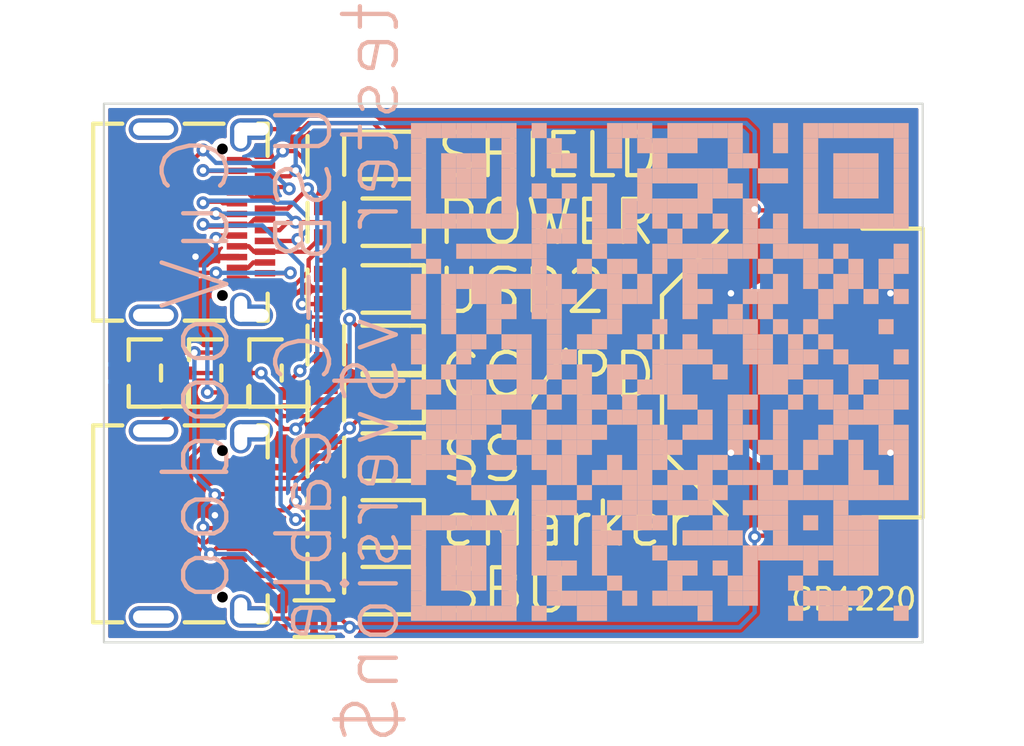
<source format=kicad_pcb>
(kicad_pcb (version 20211014) (generator pcbnew)

  (general
    (thickness 1.09)
  )

  (paper "A4")
  (title_block
    (title "USB-C cable tester")
    (date "$date$")
    (rev "$version$.$revision$")
    (company "CuVoodoo")
    (comment 1 "King Kévin")
    (comment 2 "CERN-OHL-S")
  )

  (layers
    (0 "F.Cu" signal)
    (31 "B.Cu" signal)
    (32 "B.Adhes" user "B.Adhesive")
    (33 "F.Adhes" user "F.Adhesive")
    (34 "B.Paste" user)
    (35 "F.Paste" user)
    (36 "B.SilkS" user "B.Silkscreen")
    (37 "F.SilkS" user "F.Silkscreen")
    (38 "B.Mask" user)
    (39 "F.Mask" user)
    (40 "Dwgs.User" user "User.Drawings")
    (41 "Cmts.User" user "User.Comments")
    (42 "Eco1.User" user "User.Eco1")
    (43 "Eco2.User" user "User.Eco2")
    (44 "Edge.Cuts" user)
    (45 "Margin" user)
    (46 "B.CrtYd" user "B.Courtyard")
    (47 "F.CrtYd" user "F.Courtyard")
    (48 "B.Fab" user)
    (49 "F.Fab" user)
    (50 "User.1" user)
    (51 "User.2" user)
    (52 "User.3" user)
    (53 "User.4" user)
    (54 "User.5" user)
    (55 "User.6" user)
    (56 "User.7" user)
    (57 "User.8" user)
    (58 "User.9" user)
  )

  (setup
    (stackup
      (layer "F.SilkS" (type "Top Silk Screen"))
      (layer "F.Paste" (type "Top Solder Paste"))
      (layer "F.Mask" (type "Top Solder Mask") (thickness 0.01))
      (layer "F.Cu" (type "copper") (thickness 0.035))
      (layer "dielectric 1" (type "core") (thickness 1) (material "FR4") (epsilon_r 4.5) (loss_tangent 0.02))
      (layer "B.Cu" (type "copper") (thickness 0.035))
      (layer "B.Mask" (type "Bottom Solder Mask") (thickness 0.01))
      (layer "B.Paste" (type "Bottom Solder Paste"))
      (layer "B.SilkS" (type "Bottom Silk Screen"))
      (copper_finish "HAL lead-free")
      (dielectric_constraints no)
    )
    (pad_to_mask_clearance 0)
    (aux_axis_origin 66.6 121.6)
    (grid_origin 70.4 141.1)
    (pcbplotparams
      (layerselection 0x00010fc_ffffffff)
      (disableapertmacros false)
      (usegerberextensions false)
      (usegerberattributes true)
      (usegerberadvancedattributes true)
      (creategerberjobfile true)
      (svguseinch false)
      (svgprecision 6)
      (excludeedgelayer true)
      (plotframeref false)
      (viasonmask false)
      (mode 1)
      (useauxorigin false)
      (hpglpennumber 1)
      (hpglpenspeed 20)
      (hpglpendiameter 15.000000)
      (dxfpolygonmode true)
      (dxfimperialunits true)
      (dxfusepcbnewfont true)
      (psnegative false)
      (psa4output false)
      (plotreference true)
      (plotvalue true)
      (plotinvisibletext false)
      (sketchpadsonfab false)
      (subtractmaskfromsilk false)
      (outputformat 1)
      (mirror false)
      (drillshape 0)
      (scaleselection 1)
      (outputdirectory "fabrication/")
    )
  )

  (net 0 "")
  (net 1 "VCC")
  (net 2 "GND")
  (net 3 "/Dn")
  (net 4 "Net-(D4-Pad2)")
  (net 5 "Net-(D5-Pad1)")
  (net 6 "Net-(D6-Pad2)")
  (net 7 "Net-(D7-Pad2)")
  (net 8 "Net-(J1-PadA1)")
  (net 9 "/SS1")
  (net 10 "Net-(J1-PadA4)")
  (net 11 "/CC1")
  (net 12 "/Dp")
  (net 13 "/SBU")
  (net 14 "/VBUS")
  (net 15 "/SS2")
  (net 16 "/SS1-2")
  (net 17 "/CC2")
  (net 18 "unconnected-(J1-PadS2)")
  (net 19 "unconnected-(J1-PadS3)")
  (net 20 "unconnected-(J1-PadS4)")
  (net 21 "Net-(J2-PadA10)")
  (net 22 "Net-(J2-PadB2)")
  (net 23 "Net-(J2-PadB10)")
  (net 24 "/eMark")
  (net 25 "Net-(D1-Pad1)")
  (net 26 "Net-(D1-Pad2)")
  (net 27 "Net-(D3-Pad2)")
  (net 28 "Net-(D5-Pad2)")
  (net 29 "Net-(D8-Pad2)")
  (net 30 "/SH1")
  (net 31 "Net-(R2-Pad2)")
  (net 32 "Net-(J2-PadA2)")
  (net 33 "Net-(J2-PadA8)")
  (net 34 "/SH2")
  (net 35 "unconnected-(J2-PadS4)")
  (net 36 "Net-(R2-Pad1)")
  (net 37 "unconnected-(J2-PadS1)")
  (net 38 "Net-(J2-PadS2)")

  (footprint "mylib:UC1608X55N" (layer "F.Cu") (at 76.9 127.1))

  (footprint "mylib:LEDC2012X80N" (layer "F.Cu") (at 79.7 133 -90))

  (footprint "mylib:LEDC2012X80N" (layer "F.Cu") (at 79.7 135.3 -90))

  (footprint "mylib:SOT95P237X112-3N" (layer "F.Cu") (at 74.1 134.1 180))

  (footprint "kikit:Tab" (layer "F.Cu") (at 104.85 134.1 180))

  (footprint "mylib:CONNECTOR_XKB_U262-24XN-4BV64" (layer "F.Cu") (at 70.15 141.1 -90))

  (footprint "mylib:LEDC2012X80N" (layer "F.Cu") (at 79.7 127.1 -90))

  (footprint "mylib:LEDC2012X80N" (layer "F.Cu") (at 79.7 130.2 -90))

  (footprint "kikit:Tab" (layer "F.Cu") (at 66.25 127.1))

  (footprint "mylib:LEDC2012X80N" (layer "F.Cu") (at 79.7 144.2 -90))

  (footprint "mylib:CONNECTOR_MY-1220-03" (layer "F.Cu") (at 98.5 134.1 -90))

  (footprint "mylib:UC1608X55N" (layer "F.Cu") (at 76.9 130.2 180))

  (footprint "mylib:UC1608X55N" (layer "F.Cu") (at 76.9 140.8))

  (footprint "mylib:UC1608X55N" (layer "F.Cu") (at 76.9 124 180))

  (footprint "mylib:SOT95P237X112-3N" (layer "F.Cu") (at 71.3 134.1 180))

  (footprint "mylib:UC1608X55N" (layer "F.Cu") (at 76.9 132.8))

  (footprint "mylib:LEDC2012X80N" (layer "F.Cu") (at 79.7 124 -90))

  (footprint "mylib:UC1608X55N" (layer "F.Cu") (at 76.35 145.5 90))

  (footprint "mylib:LEDC2012X80N" (layer "F.Cu") (at 79.7 141.1 -90))

  (footprint "mylib:UC1608X55N" (layer "F.Cu") (at 76.9 138))

  (footprint "kikit:Tab" (layer "F.Cu") (at 66.25 141.1))

  (footprint "mylib:SOT95P237X112-3N" (layer "F.Cu") (at 68.5 134.1 180))

  (footprint "mylib:CONNECTOR_XKB_U262-24XN-4BV64" (layer "F.Cu") (at 70.15 127.1 -90))

  (footprint "mylib:UC1608X55N" (layer "F.Cu") (at 76.9 143.4 180))

  (footprint "mylib:LEDC2012X80N" (layer "F.Cu") (at 79.7 138 -90))

  (footprint "mylib:UC1608X55N" (layer "F.Cu") (at 76.9 135.4 180))

  (footprint "mylib:QR" (layer "B.Cu") (at 92.4 134.05 -90))

  (gr_rect (start 66.6 121.6) (end 104.6 146.6) (layer "Edge.Cuts") (width 0.1) (fill none) (tstamp d49bc88e-ee09-43df-b23b-d7aad3f6b773))
  (gr_text "CuVoodoo" (at 70.9 133.9 90) (layer "B.SilkS") (tstamp 5c94dfd4-1fb7-49f5-98ea-4f333790c493)
    (effects (font (size 3 3) (thickness 0.2)) (justify mirror))
  )
  (gr_text "USB-C cable" (at 75.9 134.1 90) (layer "B.SilkS") (tstamp a5d6f3fb-d8a8-475a-b284-836a2dfee2b2)
    (effects (font (size 2.5 2.5) (thickness 0.2)) (justify mirror))
  )
  (gr_text "tester  v$version$" (at 79 134.1 90) (layer "B.SilkS") (tstamp ed18d69f-b1e8-4d59-8aec-ac19ba2cfb94)
    (effects (font (size 2.5 2.5) (thickness 0.2)) (justify mirror))
  )
  (gr_text "SS" (at 82.1 138.1) (layer "F.SilkS") (tstamp 1d7590b6-b88a-4708-9c4f-13917a84c9b2)
    (effects (font (size 2 2) (thickness 0.2)) (justify left))
  )
  (gr_text "SBU" (at 82.1 144.2) (layer "F.SilkS") (tstamp 217c58e4-17e5-40f4-bfed-92b5d3ed7c6a)
    (effects (font (size 2 2) (thickness 0.2)) (justify left))
  )
  (gr_text "CR1220" (at 101.4 144.6) (layer "F.SilkS") (tstamp 4274a590-33de-4e4a-8dc2-0814ea614721)
    (effects (font (size 1 1) (thickness 0.153)))
  )
  (gr_text "CC/PD" (at 82 134.2) (layer "F.SilkS") (tstamp 6aef261e-271e-4833-b863-20c8784f5a4a)
    (effects (font (size 2 2) (thickness 0.2)) (justify left))
  )
  (gr_text "eMarker" (at 82.1 141.1) (layer "F.SilkS") (tstamp 9d443c4a-8a02-4ae1-809a-5f12b4afa778)
    (effects (font (size 2 2) (thickness 0.2)) (justify left))
  )
  (gr_text "POWER" (at 81.9 127.1) (layer "F.SilkS") (tstamp c2f1674d-db01-4489-bbca-537cc8f4d463)
    (effects (font (size 2 2) (thickness 0.2)) (justify left))
  )
  (gr_text "SHIELD" (at 81.9 124) (layer "F.SilkS") (tstamp cf4356eb-763e-4364-a9dd-d93c80530f21)
    (effects (font (size 2 2) (thickness 0.2)) (justify left))
  )
  (gr_text "USB2" (at 81.9 130.3) (layer "F.SilkS") (tstamp ffaf3c4f-331d-4d0c-b6ef-93c07678f04f)
    (effects (font (size 2 2) (thickness 0.2)) (justify left))
  )

  (segment (start 73.33 140.22) (end 72.775 140.22) (width 0.2) (layer "F.Cu") (net 1) (tstamp 004c085f-a15c-4d92-8971-e842048995fb))
  (segment (start 75.7 132.1) (end 75.25 132.55) (width 0.2) (layer "F.Cu") (net 1) (tstamp 06e8f57d-9036-499c-84b2-829b78e0b641))
  (segment (start 72.45 133.15) (end 75.25 133.15) (width 0.2) (layer "F.Cu") (net 1) (tstamp 0c96d55e-8b08-4e29-8833-211e6368731b))
  (segment (start 72.775 140.22) (end 72.22 140.22) (width 0.2) (layer "F.Cu") (net 1) (tstamp 104fdd1d-ef72-4efb-810d-ccf9fd1a9ab5))
  (segment (start 73.53 140.97) (end 73.28 141.22) (width 0.2) (layer "F.Cu") (net 1) (tstamp 185d1155-2993-474d-931d-0b4cdaead05d))
  (segment (start 76.9 134.7) (end 77.2 134.7) (width 0.2) (layer "F.Cu") (net 1) (tstamp 1c9f6195-8e5f-4a91-99b1-e801c57a88aa))
  (segment (start 73.27 142.22) (end 72.775 142.22) (width 0.2) (layer "F.Cu") (net 1) (tstamp 2ecacca6-5783-4f30-95dc-5099164725a1))
  (segment (start 72.03 141.22) (end 71.95 141.3) (width 0.2) (layer "F.Cu") (net 1) (tstamp 4de7433c-7a67-4f40-aeee-603725a2edf0))
  (segment (start 78 145.9) (end 77.6 145.5) (width 0.2) (layer "F.Cu") (net 1) (tstamp 594493a6-6110-46b7-84af-7bcfb1e0121b))
  (segment (start 74.075 139.97) (end 73.58 139.97) (width 0.2) (layer "F.Cu") (net 1) (tstamp 5c77833b-ab5d-49f7-a6fd-84e8c4d9866a))
  (segment (start 72.775 142.22) (end 71.83 142.22) (width 0.2) (layer "F.Cu") (net 1) (tstamp 62d1ffdf-9bfa-4f6d-91be-6592de30c860))
  (segment (start 76.9 132.1) (end 75.7 132.1) (width 0.2) (layer "F.Cu") (net 1) (tstamp 6bcb58b2-7289-43a6-90fb-821fb9c04611))
  (segment (start 71.78 139.72) (end 71.75 139.75) (width 0.2) (layer "F.Cu") (net 1) (tstamp 6c066038-60bd-4ad0-800a-7ca346617321))
  (segment (start 69.65 133.15) (end 70.8 133.15) (width 0.2) (layer "F.Cu") (net 1) (tstamp 703cc6ce-fe0a-441f-a1cc-c7a0da0cb336))
  (segment (start 72.775 139.72) (end 71.78 139.72) (width 0.2) (layer "F.Cu") (net 1) (tstamp 76f3cf31-160f-49fa-9953-91946f3bc203))
  (segment (start 71.83 142.22) (end 71.55 142.5) (width 0.2) (layer "F.Cu") (net 1) (tstamp 76f6b12c-7509-4772-84ec-76ffdb4a4e6d))
  (segment (start 72.22 140.22) (end 71.75 139.75) (width 0.2) (layer "F.Cu") (net 1) (tstamp 8043e95a-e830-4c4b-b0ec-fb1878ef72c9))
  (segment (start 77.6 145.5) (end 77.05 145.5) (width 0.2) (layer "F.Cu") (net 1) (tstamp 9544b901-d05e-4822-8bbc-fe06e3231497))
  (segment (start 77.2 134.7) (end 77.8 134.1) (width 0.2) (layer "F.Cu") (net 1) (tstamp 9f1f05f8-8936-42ce-bcb8-f019e57c42ef))
  (segment (start 77.1 132.1) (end 76.9 132.1) (width 0.2) (layer "F.Cu") (net 1) (tstamp a1719428-a067-4f4b-8fef-8d701ba7c90f))
  (segment (start 73.52 142.47) (end 73.27 142.22) (width 0.2) (layer "F.Cu") (net 1) (tstamp a7edc0c4-ea37-41fb-a904-85fc841f651b))
  (segment (start 74.075 124.97) (end 75.23 124.97) (width 0.2) (layer "F.Cu") (net 1) (tstamp ae67afc6-1afc-485b-81f8-5f38af8fa948))
  (segment (start 75.25 132.55) (end 75.25 133.15) (width 0.2) (layer "F.Cu") (net 1) (tstamp b212f490-88aa-4007-a21f-e329326ab7c7))
  (segment (start 96.8 126.5) (end 96.85 126.55) (width 0.2) (layer "F.Cu") (net 1) (tstamp b4195ade-e5a0-4cc7-9257-960881340a95))
  (segment (start 73.58 139.97) (end 73.33 140.22) (width 0.2) (layer "F.Cu") (net 1) (tstamp b8c13d3e-b564-4b32-95ba-d3bd7101e247))
  (segment (start 73.28 141.22) (end 72.775 141.22) (width 0.2) (layer "F.Cu") (net 1) (tstamp bc3d3560-6793-4d7f-8942-a88bc82d42ee))
  (segment (start 99.4 141.65) (end 96.85 141.65) (width 0.2) (layer "F.Cu") (net 1) (tstamp c57c9be3-a51c-45fb-a0d8-878e357e27db))
  (segment (start 70.8 133.15) (end 72.45 133.15) (width 0.2) (layer "F.Cu") (net 1) (tstamp d35452ee-0d98-43b8-a9e1-c1388f42a852))
  (segment (start 71.25 141.3) (end 71.2 141.25) (width 0.2) (layer "F.Cu") (net 1) (tstamp d784c6f1-d558-4fe7-9a19-1b6a4f9a6de0))
  (segment (start 77.8 134.1) (end 77.8 132.8) (width 0.2) (layer "F.Cu") (net 1) (tstamp e1ee82cb-b2fa-411e-b9d1-bbf194559010))
  (segment (start 96.85 126.55) (end 99.4 126.55) (width 0.2) (layer "F.Cu") (net 1) (tstamp e2ce3c77-34ba-47c9-9d82-f3f750b00ad0))
  (segment (start 77.8 132.8) (end 77.1 132.1) (width 0.2) (layer "F.Cu") (net 1) (tstamp e95e09b5-dcc5-40a3-af28-c6f1e9d055cd))
  (segment (start 75.23 124.97) (end 75.5 124.7) (width 0.2) (layer "F.Cu") (net 1) (tstamp eaf5330c-bb9a-4f9b-9c3c-f52f1008d322))
  (segment (start 96.85 141.65) (end 96.8 141.7) (width 0.2) (layer "F.Cu") (net 1) (tstamp ee08dc40-b2fd-4748-9619-f544814d0355))
  (segment (start 71.95 141.3) (end 71.25 141.3) (width 0.2) (layer "F.Cu") (net 1) (tstamp f050ab4f-6c5c-4c25-8dab-56f6836efdda))
  (segment (start 74.075 142.47) (end 73.52 142.47) (width 0.2) (layer "F.Cu") (net 1) (tstamp f1c11a03-79e8-4ffe-86d1-a8a2632f7964))
  (segment (start 72.775 141.22) (end 72.03 141.22) (width 0.2) (layer "F.Cu") (net 1) (tstamp f3ea407b-f011-481a-88e2-3f3ae08dd75a))
  (segment (start 74.075 140.97) (end 73.53 140.97) (width 0.2) (layer "F.Cu") (net 1) (tstamp fbeaa0b7-84d9-46bb-851c-7706f418f
... [209171 chars truncated]
</source>
